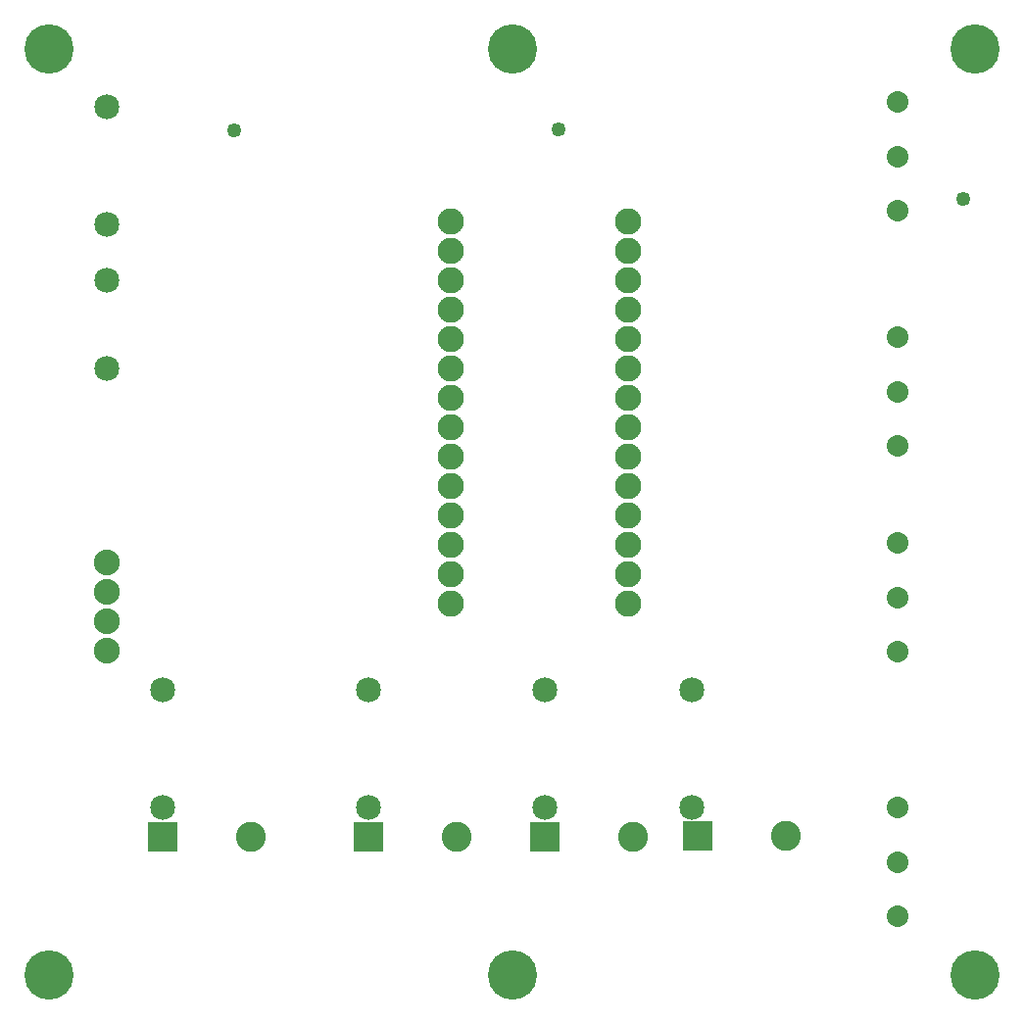
<source format=gts>
G04 MADE WITH FRITZING*
G04 WWW.FRITZING.ORG*
G04 DOUBLE SIDED*
G04 HOLES PLATED*
G04 CONTOUR ON CENTER OF CONTOUR VECTOR*
%ASAXBY*%
%FSLAX23Y23*%
%MOIN*%
%OFA0B0*%
%SFA1.0B1.0*%
%ADD10C,0.088000*%
%ADD11C,0.089370*%
%ADD12C,0.049370*%
%ADD13C,0.102000*%
%ADD14C,0.085000*%
%ADD15C,0.073307*%
%ADD16C,0.167480*%
%ADD17R,0.102000X0.102000*%
%LNMASK1*%
G90*
G70*
G54D10*
X409Y1595D03*
X409Y1495D03*
X409Y1395D03*
X409Y1295D03*
G54D11*
X1580Y2754D03*
X1580Y2654D03*
X1580Y2554D03*
X1580Y2454D03*
X1580Y2354D03*
X1580Y2254D03*
X1580Y2154D03*
X1580Y2054D03*
X1580Y1954D03*
X1580Y1854D03*
X1580Y1754D03*
X1580Y1654D03*
X1580Y1554D03*
X1580Y1454D03*
X2181Y2755D03*
X2181Y2655D03*
X2181Y2555D03*
X2181Y2455D03*
X2181Y2355D03*
X2181Y2255D03*
X2181Y2155D03*
X2181Y2055D03*
X2181Y1955D03*
X2181Y1855D03*
X2181Y1755D03*
X2181Y1655D03*
X2181Y1555D03*
X2181Y1455D03*
G54D12*
X843Y3066D03*
X3322Y2831D03*
G54D13*
X1299Y661D03*
X1599Y661D03*
X599Y661D03*
X899Y661D03*
X1899Y661D03*
X2199Y661D03*
X2417Y665D03*
X2717Y665D03*
G54D14*
X409Y2554D03*
X409Y2254D03*
X409Y3145D03*
X409Y2745D03*
G54D15*
X3099Y761D03*
X3099Y575D03*
X3100Y391D03*
X3099Y761D03*
X3099Y575D03*
X3100Y391D03*
X3099Y1661D03*
X3099Y1475D03*
X3100Y1291D03*
X3099Y1661D03*
X3099Y1475D03*
X3100Y1291D03*
X3099Y3161D03*
X3099Y2975D03*
X3100Y2791D03*
X3099Y3161D03*
X3099Y2975D03*
X3100Y2791D03*
X3099Y2361D03*
X3099Y2175D03*
X3100Y1991D03*
X3099Y2361D03*
X3099Y2175D03*
X3100Y1991D03*
G54D14*
X2399Y761D03*
X2399Y1161D03*
X1899Y761D03*
X1899Y1161D03*
X1299Y761D03*
X1299Y1161D03*
X599Y761D03*
X599Y1161D03*
G54D12*
X843Y3066D03*
X1946Y3068D03*
G54D16*
X1787Y192D03*
X1787Y3342D03*
X212Y192D03*
X212Y3342D03*
X3362Y3342D03*
X3362Y192D03*
G54D17*
X1299Y661D03*
X599Y661D03*
X1899Y661D03*
X2417Y665D03*
G04 End of Mask1*
M02*
</source>
